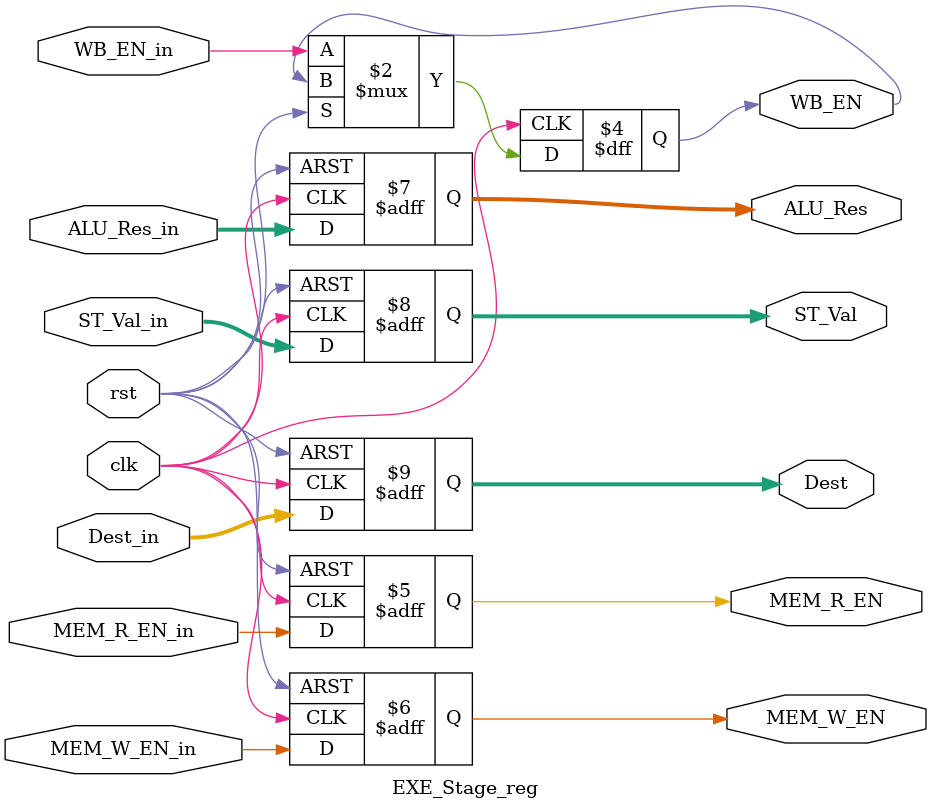
<source format=v>
module EXE_Stage_reg (
	input clk,    // Clock
	input rst,  // Asynchronous reset active high
	input WB_EN_in,
	// MEM_Signals
	input MEM_R_EN_in,
	input MEM_W_EN_in,

	input [31:0] ALU_Res_in,
	input [31:0] ST_Val_in,
	input [4:0]Dest_in,

	output reg WB_EN,
	output reg MEM_R_EN,
	output reg MEM_W_EN,
	output reg[31:0]ALU_Res,
	output reg[31:0]ST_Val,
	output reg[4:0]Dest
);

always @(posedge clk or posedge rst) begin : proc_EXE_Stage_reg
	if(rst) begin
		MEM_W_EN <= 0;
		MEM_R_EN <= 0;
		ALU_Res <= 0;
		ST_Val <= 0;
		Dest <= 0;
	end else begin
		WB_EN <= WB_EN_in;
		MEM_W_EN <= MEM_W_EN_in;
		MEM_R_EN <= MEM_R_EN_in;
		ALU_Res <= ALU_Res_in;
		ST_Val <= ST_Val_in;
		Dest <= Dest_in;
	end
end

endmodule
</source>
